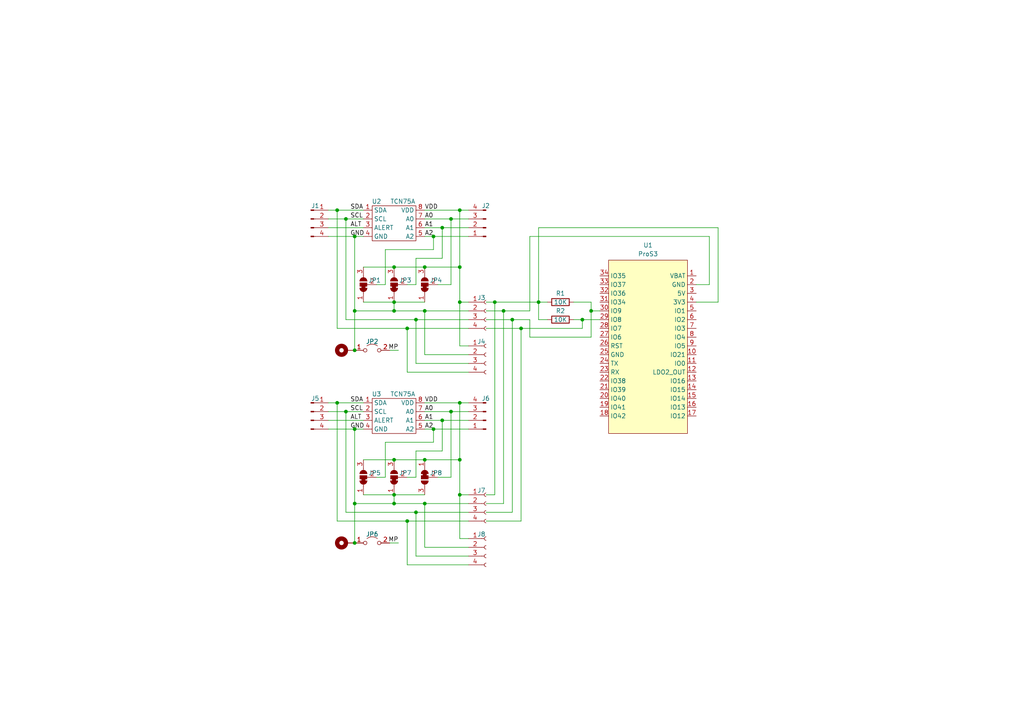
<source format=kicad_sch>
(kicad_sch (version 20230121) (generator eeschema)
  (paper "A4")
  (title_block (title "Sensor") (date "2024-01-22"))
  (lib_symbols
    (symbol "Connector:Conn_01x04_Female" (pin_names (offset 1.016) hide)
      (property "Reference" "J" (at 0 5.08 0))
      (property "Value" "Conn_01x04_Female" (at 0 -7.62 0))
      (symbol "Conn_01x04_Female_1_1"
        (arc (start 0 -4.572) (mid -0.5058 -5.08) (end 0 -5.588) (stroke (width 0.1524)))
        (arc (start 0 -2.032) (mid -0.5058 -2.54) (end 0 -3.048) (stroke (width 0.1524)))
        (polyline (pts (xy -1.27 -5.08) (xy -0.508 -5.08)) (stroke (width 0.1524)))
        (polyline (pts (xy -1.27 -2.54) (xy -0.508 -2.54)) (stroke (width 0.1524)))
        (polyline (pts (xy -1.27 0) (xy -0.508 0)) (stroke (width 0.1524)))
        (polyline (pts (xy -1.27 2.54) (xy -0.508 2.54)) (stroke (width 0.1524)))
        (arc (start 0 0.508) (mid -0.5058 0) (end 0 -0.508) (stroke (width 0.1524)))
        (arc (start 0 3.048) (mid -0.5058 2.54) (end 0 2.032) (stroke (width 0.1524)))
        (pin passive line (at -5.08 2.54 0) (length 3.81) (name "Pin_1") (number "1"))
        (pin passive line (at -5.08 0 0) (length 3.81) (name "Pin_2") (number "2"))
        (pin passive line (at -5.08 -2.54 0) (length 3.81) (name "Pin_3") (number "3"))
        (pin passive line (at -5.08 -5.08 0) (length 3.81) (name "Pin_4") (number "4"))
      )
    )
    (symbol "Connector:Conn_01x04_Male" (pin_names (offset 1.016) hide)
      (property "Reference" "J" (at 0 5.08 0))
      (property "Value" "Conn_01x04_Male" (at 0 -7.62 0))
      (symbol "Conn_01x04_Male_1_1"
        (polyline (pts (xy 1.27 -5.08) (xy 0.8636 -5.08)) (stroke (width 0.1524)))
        (polyline (pts (xy 1.27 -2.54) (xy 0.8636 -2.54)) (stroke (width 0.1524)))
        (polyline (pts (xy 1.27 0) (xy 0.8636 0)) (stroke (width 0.1524)))
        (polyline (pts (xy 1.27 2.54) (xy 0.8636 2.54)) (stroke (width 0.1524)))
        (rectangle (start 0.8636 -4.953) (end 0 -5.207) (stroke (width 0.1524)) (fill (type outline)))
        (rectangle (start 0.8636 -2.413) (end 0 -2.667) (stroke (width 0.1524)) (fill (type outline)))
        (rectangle (start 0.8636 0.127) (end 0 -0.127) (stroke (width 0.1524)) (fill (type outline)))
        (rectangle (start 0.8636 2.667) (end 0 2.413) (stroke (width 0.1524)) (fill (type outline)))
        (pin passive line (at 5.08 2.54 180) (length 3.81) (name "Pin_1") (number "1"))
        (pin passive line (at 5.08 0 180) (length 3.81) (name "Pin_2") (number "2"))
        (pin passive line (at 5.08 -2.54 180) (length 3.81) (name "Pin_3") (number "3"))
        (pin passive line (at 5.08 -5.08 180) (length 3.81) (name "Pin_4") (number "4"))
      )
    )
    (symbol "Device:R" (pin_numbers hide) (pin_names (offset 0))
      (property "Reference" "R" (at 2.032 0 90))
      (property "Value" "R" (at 0 0 90))
      (symbol "R_0_1"
        (rectangle (start -1.016 -2.54) (end 1.016 2.54) (stroke (width 0.254)))
      )
      (symbol "R_1_1"
        (pin passive line (at 0 3.81 270) (length 1.27) (name "~") (number "1"))
        (pin passive line (at 0 -3.81 90) (length 1.27) (name "~") (number "2"))
      )
    )
    (symbol "Jumper:Jumper_2_Open" (pin_names (offset 0) hide)
      (property "Reference" "JP" (at 0 2.794 0))
      (property "Value" "Jumper_2_Open" (at 0 -2.286 0))
      (symbol "Jumper_2_Open_0_0"
        (circle (center -2.032 0) (radius 0.508))
        (circle (center 2.032 0) (radius 0.508))
      )
      (symbol "Jumper_2_Open_0_1"
        (arc (start 1.524 1.27) (mid 0 1.778) (end -1.524 1.27))
      )
      (symbol "Jumper_2_Open_1_1"
        (pin passive line (at -5.08 0 0) (length 2.54) (name "A") (number "1"))
        (pin passive line (at 5.08 0 180) (length 2.54) (name "B") (number "2"))
      )
    )
    (symbol "Jumper:SolderJumper_3_Bridged12" (pin_names (offset 0) hide)
      (property "Reference" "JP" (at -2.54 -2.54 0))
      (property "Value" "SolderJumper_3_Bridged12" (at 0 2.794 0))
      (symbol "SolderJumper_3_Bridged12_0_1"
        (rectangle (start -1.016 0.508) (end -0.508 -0.508) (fill (type outline)))
        (arc (start -1.016 1.016) (mid -2.0276 0) (end -1.016 -1.016))
        (arc (start -1.016 1.016) (mid -2.0276 0) (end -1.016 -1.016) (fill (type outline)))
        (rectangle (start -0.508 1.016) (end 0.508 -1.016) (fill (type outline)))
        (polyline (pts (xy -2.54 0) (xy -2.032 0)))
        (polyline (pts (xy -1.016 1.016) (xy -1.016 -1.016)))
        (polyline (pts (xy 0 -1.27) (xy 0 -1.016)))
        (polyline (pts (xy 1.016 1.016) (xy 1.016 -1.016)))
        (polyline (pts (xy 2.54 0) (xy 2.032 0)))
        (arc (start 1.016 -1.016) (mid 2.0276 0) (end 1.016 1.016))
        (arc (start 1.016 -1.016) (mid 2.0276 0) (end 1.016 1.016) (fill (type outline)))
      )
      (symbol "SolderJumper_3_Bridged12_1_1"
        (pin passive line (at -5.08 0 0) (length 2.54) (name "A") (number "1"))
        (pin passive line (at 0 -3.81 90) (length 2.54) (name "C") (number "2"))
        (pin passive line (at 5.08 0 180) (length 2.54) (name "B") (number "3"))
      )
    )
    (symbol "Mechanical:MountingHole_Pad" (pin_numbers hide) (pin_names (offset 1.016) hide)
      (property "Reference" "H" (at 0 6.35 0))
      (property "Value" "MountingHole_Pad" (at 0 4.445 0))
      (symbol "MountingHole_Pad_0_1"
        (circle (center 0 1.27) (radius 1.27) (stroke (width 1.27)))
      )
      (symbol "MountingHole_Pad_1_1"
        (pin input line (at 0 -2.54 90) (length 2.54) (name "1") (number "1"))
      )
    )
    (symbol "ProS3:ProS3"
      (property "Reference" "U" (at 0 -28.956 0))
      (property "Value" "ProS3" (at -0.508 27.178 0))
      (symbol "ProS3_1_1"
        (rectangle (start -11.43 24.892) (end 11.43 -25.4) (stroke (width 0.1524)) (fill (type background)))
        (pin power_in line (at 13.97 20.32 180) (length 2.54) (name "VBAT") (number "1"))
        (pin bidirectional line (at 13.97 -2.54 180) (length 2.54) (name "IO21") (number "10"))
        (pin bidirectional line (at 13.97 -5.08 180) (length 2.54) (name "IO0") (number "11"))
        (pin power_out line (at 13.97 -7.62 180) (length 2.54) (name "LDO2_OUT") (number "12"))
        (pin bidirectional line (at 13.97 -10.16 180) (length 2.54) (name "IO16") (number "13"))
        (pin bidirectional line (at 13.97 -12.7 180) (length 2.54) (name "IO15") (number "14"))
        (pin bidirectional line (at 13.97 -15.24 180) (length 2.54) (name "IO14") (number "15"))
        (pin bidirectional line (at 13.97 -17.78 180) (length 2.54) (name "IO13") (number "16"))
        (pin bidirectional line (at 13.97 -20.32 180) (length 2.54) (name "IO12") (number "17"))
        (pin bidirectional line (at -13.97 -20.32 0) (length 2.54) (name "IO42") (number "18"))
        (pin bidirectional line (at -13.97 -17.78 0) (length 2.54) (name "IO41") (number "19"))
        (pin power_in line (at 13.97 17.78 180) (length 2.54) (name "GND") (number "2"))
        (pin bidirectional line (at -13.97 -15.24 0) (length 2.54) (name "IO40") (number "20"))
        (pin bidirectional line (at -13.97 -12.7 0) (length 2.54) (name "IO39") (number "21"))
        (pin bidirectional line (at -13.97 -10.16 0) (length 2.54) (name "IO38") (number "22"))
        (pin bidirectional line (at -13.97 -7.62 0) (length 2.54) (name "RX") (number "23"))
        (pin bidirectional line (at -13.97 -5.08 0) (length 2.54) (name "TX") (number "24"))
        (pin power_in line (at -13.97 -2.54 0) (length 2.54) (name "GND") (number "25"))
        (pin input line (at -13.97 0 0) (length 2.54) (name "RST") (number "26"))
        (pin bidirectional line (at -13.97 2.54 0) (length 2.54) (name "IO6") (number "27"))
        (pin bidirectional line (at -13.97 5.08 0) (length 2.54) (name "IO7") (number "28"))
        (pin bidirectional line (at -13.97 7.62 0) (length 2.54) (name "IO8") (number "29"))
        (pin power_in line (at 13.97 15.24 180) (length 2.54) (name "5V") (number "3"))
        (pin bidirectional line (at -13.97 10.16 0) (length 2.54) (name "IO9") (number "30"))
        (pin bidirectional line (at -13.97 12.7 0) (length 2.54) (name "IO34") (number "31"))
        (pin bidirectional line (at -13.97 15.24 0) (length 2.54) (name "IO36") (number "32"))
        (pin bidirectional line (at -13.97 17.78 0) (length 2.54) (name "IO37") (number "33"))
        (pin bidirectional line (at -13.97 20.32 0) (length 2.54) (name "IO35") (number "34"))
        (pin power_in line (at 13.97 12.7 180) (length 2.54) (name "3V3") (number "4"))
        (pin bidirectional line (at 13.97 10.16 180) (length 2.54) (name "IO1") (number "5"))
        (pin bidirectional line (at 13.97 7.62 180) (length 2.54) (name "IO2") (number "6"))
        (pin bidirectional line (at 13.97 5.08 180) (length 2.54) (name "IO3") (number "7"))
        (pin bidirectional line (at 13.97 2.54 180) (length 2.54) (name "IO4") (number "8"))
        (pin bidirectional line (at 13.97 0 180) (length 2.54) (name "IO5") (number "9"))
      )
    )
    (symbol "UCN_new:TCN75A"
      (property "Reference" "U" (at 15.24 2.54 0))
      (property "Value" "TCN75A" (at 2.54 2.54 0))
      (symbol "TCN75A_0_0"
        (pin bidirectional line (at 0 0 0) (length 2.54) (name "SDA") (number "1"))
        (pin bidirectional line (at 0 -2.54 0) (length 2.54) (name "SCL") (number "2"))
        (pin output line (at 0 -5.08 0) (length 2.54) (name "ALERT") (number "3"))
        (pin power_in line (at 0 -7.62 0) (length 2.54) (name "GND") (number "4"))
        (pin input line (at 17.78 -7.62 180) (length 2.54) (name "A2") (number "5"))
        (pin input line (at 17.78 -5.08 180) (length 2.54) (name "A1") (number "6"))
        (pin input line (at 17.78 -2.54 180) (length 2.54) (name "A0") (number "7"))
        (pin power_in line (at 17.78 0 180) (length 2.54) (name "VDD") (number "8"))
      )
      (symbol "TCN75A_0_1"
        (rectangle (start 2.54 1.27) (end 15.24 -8.89))
      )
    )
  )
  (junction (at 102.87 124.46))
  (junction (at 128.27 66.04))
  (junction (at 156.21 87.63))
  (junction (at 102.87 101.6))
  (junction (at 125.73 124.46))
  (junction (at 133.35 87.63))
  (junction (at 114.3 143.51))
  (junction (at 151.13 95.25))
  (junction (at 97.79 116.84))
  (junction (at 102.87 68.58))
  (junction (at 118.11 95.25))
  (junction (at 114.3 77.47))
  (junction (at 120.65 92.71))
  (junction (at 133.35 116.84))
  (junction (at 133.35 60.96))
  (junction (at 133.35 143.51))
  (junction (at 133.35 77.47))
  (junction (at 133.35 133.35))
  (junction (at 171.45 90.17))
  (junction (at 146.05 90.17))
  (junction (at 143.51 87.63))
  (junction (at 114.3 90.17))
  (junction (at 123.19 90.17))
  (junction (at 102.87 90.17))
  (junction (at 97.79 60.96))
  (junction (at 102.87 146.05))
  (junction (at 125.73 68.58))
  (junction (at 128.27 121.92))
  (junction (at 100.33 63.5))
  (junction (at 123.19 133.35))
  (junction (at 120.65 148.59))
  (junction (at 114.3 87.63))
  (junction (at 123.19 77.47))
  (junction (at 123.19 146.05))
  (junction (at 168.91 92.71))
  (junction (at 114.3 133.35))
  (junction (at 130.81 119.38))
  (junction (at 148.59 92.71))
  (junction (at 100.33 119.38))
  (junction (at 114.3 146.05))
  (junction (at 118.11 151.13))
  (junction (at 130.81 63.5))
  (junction (at 102.87 157.48))
  (wire (pts (xy 148.59 148.59) (xy 148.59 92.71)))
  (wire (pts (xy 135.89 148.59) (xy 120.65 148.59)))
  (wire (pts (xy 146.05 90.17) (xy 146.05 146.05)))
  (wire (pts (xy 95.25 121.92) (xy 105.41 121.92)))
  (wire (pts (xy 130.81 63.5) (xy 130.81 82.55)))
  (wire (pts (xy 123.19 77.47) (xy 114.3 77.47)))
  (wire (pts (xy 127 82.55) (xy 130.81 82.55)))
  (wire (pts (xy 102.87 146.05) (xy 102.87 157.48)))
  (wire (pts (xy 113.03 101.6) (xy 115.57 101.6)))
  (wire (pts (xy 118.11 82.55) (xy 120.65 82.55)))
  (wire (pts (xy 133.35 100.33) (xy 135.89 100.33)))
  (wire (pts (xy 125.73 68.58) (xy 135.89 68.58)))
  (wire (pts (xy 156.21 92.71) (xy 158.75 92.71)))
  (wire (pts (xy 95.25 63.5) (xy 100.33 63.5)))
  (wire (pts (xy 135.89 102.87) (xy 123.19 102.87)))
  (wire (pts (xy 133.35 143.51) (xy 133.35 156.21)))
  (wire (pts (xy 123.19 158.75) (xy 123.19 146.05)))
  (wire (pts (xy 148.59 92.71) (xy 153.67 92.71)))
  (wire (pts (xy 171.45 97.79) (xy 153.67 97.79)))
  (wire (pts (xy 123.19 63.5) (xy 130.81 63.5)))
  (wire (pts (xy 123.19 133.35) (xy 133.35 133.35)))
  (wire (pts (xy 123.19 68.58) (xy 125.73 68.58)))
  (wire (pts (xy 100.33 63.5) (xy 100.33 92.71)))
  (wire (pts (xy 140.97 90.17) (xy 146.05 90.17)))
  (wire (pts (xy 133.35 116.84) (xy 135.89 116.84)))
  (wire (pts (xy 135.89 87.63) (xy 133.35 87.63)))
  (wire (pts (xy 120.65 105.41) (xy 120.65 92.71)))
  (wire (pts (xy 114.3 87.63) (xy 105.41 87.63)))
  (wire (pts (xy 114.3 77.47) (xy 105.41 77.47)))
  (wire (pts (xy 123.19 102.87) (xy 123.19 90.17)))
  (wire (pts (xy 135.89 158.75) (xy 123.19 158.75)))
  (wire (pts (xy 102.87 68.58) (xy 102.87 90.17)))
  (wire (pts (xy 120.65 148.59) (xy 100.33 148.59)))
  (wire (pts (xy 95.25 66.04) (xy 105.41 66.04)))
  (wire (pts (xy 102.87 90.17) (xy 102.87 101.6)))
  (wire (pts (xy 135.89 95.25) (xy 118.11 95.25)))
  (wire (pts (xy 153.67 92.71) (xy 153.67 97.79)))
  (wire (pts (xy 123.19 124.46) (xy 125.73 124.46)))
  (wire (pts (xy 95.25 60.96) (xy 97.79 60.96)))
  (wire (pts (xy 156.21 66.04) (xy 208.28 66.04)))
  (wire (pts (xy 133.35 77.47) (xy 133.35 87.63)))
  (wire (pts (xy 133.35 60.96) (xy 133.35 77.47)))
  (wire (pts (xy 120.65 130.81) (xy 128.27 130.81)))
  (wire (pts (xy 156.21 87.63) (xy 158.75 87.63)))
  (wire (pts (xy 130.81 119.38) (xy 130.81 138.43)))
  (wire (pts (xy 123.19 60.96) (xy 133.35 60.96)))
  (wire (pts (xy 201.93 82.55) (xy 205.74 82.55)))
  (wire (pts (xy 114.3 133.35) (xy 123.19 133.35)))
  (wire (pts (xy 123.19 87.63) (xy 114.3 87.63)))
  (wire (pts (xy 168.91 92.71) (xy 173.99 92.71)))
  (wire (pts (xy 120.65 74.93) (xy 128.27 74.93)))
  (wire (pts (xy 114.3 143.51) (xy 105.41 143.51)))
  (wire (pts (xy 156.21 87.63) (xy 156.21 66.04)))
  (wire (pts (xy 123.19 119.38) (xy 130.81 119.38)))
  (wire (pts (xy 114.3 90.17) (xy 102.87 90.17)))
  (wire (pts (xy 102.87 124.46) (xy 105.41 124.46)))
  (wire (pts (xy 140.97 148.59) (xy 148.59 148.59)))
  (wire (pts (xy 111.76 72.39) (xy 125.73 72.39)))
  (wire (pts (xy 125.73 68.58) (xy 125.73 72.39)))
  (wire (pts (xy 135.89 90.17) (xy 123.19 90.17)))
  (wire (pts (xy 97.79 60.96) (xy 105.41 60.96)))
  (wire (pts (xy 125.73 124.46) (xy 125.73 128.27)))
  (wire (pts (xy 127 138.43) (xy 130.81 138.43)))
  (wire (pts (xy 208.28 66.04) (xy 208.28 87.63)))
  (wire (pts (xy 123.19 66.04) (xy 128.27 66.04)))
  (wire (pts (xy 123.19 90.17) (xy 114.3 90.17)))
  (wire (pts (xy 156.21 87.63) (xy 156.21 92.71)))
  (wire (pts (xy 97.79 116.84) (xy 97.79 151.13)))
  (wire (pts (xy 120.65 82.55) (xy 120.65 74.93)))
  (wire (pts (xy 95.25 116.84) (xy 97.79 116.84)))
  (wire (pts (xy 95.25 124.46) (xy 102.87 124.46)))
  (wire (pts (xy 123.19 116.84) (xy 133.35 116.84)))
  (wire (pts (xy 140.97 87.63) (xy 143.51 87.63)))
  (wire (pts (xy 128.27 121.92) (xy 128.27 130.81)))
  (wire (pts (xy 130.81 119.38) (xy 135.89 119.38)))
  (wire (pts (xy 111.76 128.27) (xy 125.73 128.27)))
  (wire (pts (xy 128.27 66.04) (xy 128.27 74.93)))
  (wire (pts (xy 114.3 146.05) (xy 102.87 146.05)))
  (wire (pts (xy 120.65 92.71) (xy 100.33 92.71)))
  (wire (pts (xy 130.81 63.5) (xy 135.89 63.5)))
  (wire (pts (xy 133.35 60.96) (xy 135.89 60.96)))
  (wire (pts (xy 151.13 95.25) (xy 151.13 151.13)))
  (wire (pts (xy 118.11 151.13) (xy 97.79 151.13)))
  (wire (pts (xy 143.51 87.63) (xy 156.21 87.63)))
  (wire (pts (xy 135.89 151.13) (xy 118.11 151.13)))
  (wire (pts (xy 120.65 138.43) (xy 120.65 130.81)))
  (wire (pts (xy 208.28 87.63) (xy 201.93 87.63)))
  (wire (pts (xy 102.87 68.58) (xy 105.41 68.58)))
  (wire (pts (xy 118.11 163.83) (xy 118.11 151.13)))
  (wire (pts (xy 123.19 143.51) (xy 114.3 143.51)))
  (wire (pts (xy 111.76 138.43) (xy 111.76 128.27)))
  (wire (pts (xy 146.05 90.17) (xy 153.67 90.17)))
  (wire (pts (xy 118.11 95.25) (xy 97.79 95.25)))
  (wire (pts (xy 100.33 63.5) (xy 105.41 63.5)))
  (wire (pts (xy 97.79 60.96) (xy 97.79 95.25)))
  (wire (pts (xy 143.51 87.63) (xy 143.51 143.51)))
  (wire (pts (xy 166.37 87.63) (xy 171.45 87.63)))
  (wire (pts (xy 171.45 87.63) (xy 171.45 90.17)))
  (wire (pts (xy 114.3 133.35) (xy 105.41 133.35)))
  (wire (pts (xy 135.89 146.05) (xy 123.19 146.05)))
  (wire (pts (xy 123.19 77.47) (xy 133.35 77.47)))
  (wire (pts (xy 143.51 143.51) (xy 140.97 143.51)))
  (wire (pts (xy 140.97 146.05) (xy 146.05 146.05)))
  (wire (pts (xy 100.33 119.38) (xy 105.41 119.38)))
  (wire (pts (xy 114.3 143.51) (xy 114.3 146.05)))
  (wire (pts (xy 120.65 161.29) (xy 120.65 148.59)))
  (wire (pts (xy 153.67 68.58) (xy 153.67 90.17)))
  (wire (pts (xy 114.3 87.63) (xy 114.3 90.17)))
  (wire (pts (xy 140.97 92.71) (xy 148.59 92.71)))
  (wire (pts (xy 118.11 107.95) (xy 118.11 95.25)))
  (wire (pts (xy 95.25 119.38) (xy 100.33 119.38)))
  (wire (pts (xy 118.11 138.43) (xy 120.65 138.43)))
  (wire (pts (xy 205.74 82.55) (xy 205.74 68.58)))
  (wire (pts (xy 135.89 161.29) (xy 120.65 161.29)))
  (wire (pts (xy 151.13 151.13) (xy 140.97 151.13)))
  (wire (pts (xy 171.45 90.17) (xy 173.99 90.17)))
  (wire (pts (xy 97.79 116.84) (xy 105.41 116.84)))
  (wire (pts (xy 95.25 68.58) (xy 102.87 68.58)))
  (wire (pts (xy 133.35 87.63) (xy 133.35 100.33)))
  (wire (pts (xy 135.89 143.51) (xy 133.35 143.51)))
  (wire (pts (xy 100.33 119.38) (xy 100.33 148.59)))
  (wire (pts (xy 140.97 95.25) (xy 151.13 95.25)))
  (wire (pts (xy 135.89 92.71) (xy 120.65 92.71)))
  (wire (pts (xy 133.35 133.35) (xy 133.35 143.51)))
  (wire (pts (xy 123.19 146.05) (xy 114.3 146.05)))
  (wire (pts (xy 125.73 124.46) (xy 135.89 124.46)))
  (wire (pts (xy 128.27 66.04) (xy 135.89 66.04)))
  (wire (pts (xy 133.35 156.21) (xy 135.89 156.21)))
  (wire (pts (xy 128.27 121.92) (xy 135.89 121.92)))
  (wire (pts (xy 151.13 95.25) (xy 168.91 95.25)))
  (wire (pts (xy 123.19 121.92) (xy 128.27 121.92)))
  (wire (pts (xy 135.89 105.41) (xy 120.65 105.41)))
  (wire (pts (xy 133.35 116.84) (xy 133.35 133.35)))
  (wire (pts (xy 135.89 163.83) (xy 118.11 163.83)))
  (wire (pts (xy 113.03 157.48) (xy 115.57 157.48)))
  (wire (pts (xy 111.76 82.55) (xy 111.76 72.39)))
  (wire (pts (xy 166.37 92.71) (xy 168.91 92.71)))
  (wire (pts (xy 109.22 138.43) (xy 111.76 138.43)))
  (wire (pts (xy 109.22 82.55) (xy 111.76 82.55)))
  (wire (pts (xy 102.87 124.46) (xy 102.87 146.05)))
  (wire (pts (xy 205.74 68.58) (xy 153.67 68.58)))
  (wire (pts (xy 135.89 107.95) (xy 118.11 107.95)))
  (wire (pts (xy 168.91 92.71) (xy 168.91 95.25)))
  (wire (pts (xy 171.45 90.17) (xy 171.45 97.79)))
  (label "SCL" (at 101.6 63.5 0))
  (label "SDA" (at 101.6 60.96 0))
  (label "ALT" (at 101.6 66.04 0))
  (label "GND" (at 101.6 124.46 0))
  (label "VDD" (at 123.19 60.96 0))
  (label "A0" (at 123.19 63.5 0))
  (label "A1" (at 123.19 121.92 0))
  (label "VDD" (at 123.19 116.84 0))
  (label "MP" (at 115.57 101.6 180))
  (label "GND" (at 101.6 68.58 0))
  (label "A2" (at 123.19 124.46 0))
  (label "MP" (at 115.57 157.48 180))
  (label "A0" (at 123.19 119.38 0))
  (label "A2" (at 123.19 68.58 0))
  (label "A1" (at 123.19 66.04 0))
  (label "SDA" (at 101.6 116.84 0))
  (label "ALT" (at 101.6 121.92 0))
  (label "SCL" (at 101.6 119.38 0))
  (symbol (lib_id "Connector:Conn_01x04_Female") (at 140.97 102.87 0) (unit 1)
    (property "Reference" "J4" (at 138.43 99.06 0) (effects (justify left)))
    (property "Value" "Conn_01x04_Female" (effects hide))
    (property "Footprint" "Connector_JST:JST_PH_S4B-PH-SM4-TB_1x04-1MP_P2.00mm_Horizontal" (effects hide))
  )
  (symbol (lib_id "Jumper:SolderJumper_3_Bridged12") (at 105.41 82.55 90) (unit 1)
    (property "Reference" "JP1" (at 110.49 81.28 90) (effects (justify left)))
    (property "Value" "SolderJumper_3_Bridged12" (effects hide))
    (property "Footprint" "Jumper:SolderJumper-3_P1.3mm_Bridged12_RoundedPad1.0x1.5mm" (effects hide))
  )
  (symbol (lib_id "Jumper:Jumper_2_Open") (at 107.95 157.48 0) (unit 1)
    (property "Reference" "JP6" (at 107.95 154.94 0))
    (property "Value" "Jumper_2_Open" (effects hide))
    (property "Footprint" "Jumper:SolderJumper-2_P1.3mm_Open_RoundedPad1.0x1.5mm" (effects hide))
  )
  (symbol (lib_id "Jumper:SolderJumper_3_Bridged12") (at 123.19 82.55 90) (unit 1)
    (property "Reference" "JP4" (at 128.27 81.28 90) (effects (justify left)))
    (property "Value" "SolderJumper_3_Bridged12" (effects hide))
    (property "Footprint" "Jumper:SolderJumper-3_P1.3mm_Bridged12_RoundedPad1.0x1.5mm" (effects hide))
  )
  (symbol (lib_id "Jumper:SolderJumper_3_Bridged12") (at 105.41 138.43 90) (unit 1)
    (property "Reference" "JP5" (at 110.49 137.16 90) (effects (justify left)))
    (property "Value" "SolderJumper_3_Bridged12" (effects hide))
    (property "Footprint" "Jumper:SolderJumper-3_P1.3mm_Bridged12_RoundedPad1.0x1.5mm" (effects hide))
  )
  (symbol (lib_id "Connector:Conn_01x04_Female") (at 140.97 158.75 0) (unit 1)
    (property "Reference" "J8" (at 138.43 154.94 0) (effects (justify left)))
    (property "Value" "Conn_01x04_Female" (effects hide))
    (property "Footprint" "Connector_JST:JST_PH_S4B-PH-SM4-TB_1x04-1MP_P2.00mm_Horizontal" (effects hide))
  )
  (symbol (lib_id "Jumper:SolderJumper_3_Bridged12") (at 123.19 138.43 90) (mirror x) (unit 1)
    (property "Reference" "JP8" (at 128.27 137.16 90) (effects (justify left)))
    (property "Value" "SolderJumper_3_Bridged12" (effects hide))
    (property "Footprint" "Jumper:SolderJumper-3_P1.3mm_Bridged12_RoundedPad1.0x1.5mm" (effects hide))
  )
  (symbol (lib_id "Connector:Conn_01x04_Male") (at 140.97 66.04 180) (unit 1)
    (property "Reference" "J2" (at 139.7 59.69 0) (effects (justify right)))
    (property "Value" "Conn_01x04_Male" (effects hide))
    (property "Footprint" "Connector_PinHeader_2.54mm:PinHeader_1x04_P2.54mm_Vertical" (effects hide))
  )
  (symbol (lib_id "ProS3:ProS3") (at 187.96 100.33 0) (unit 1)
    (property "Reference" "U1" (at 187.96 71.12 0))
    (property "Value" "ProS3" (at 187.96 73.66 0))
    (property "Footprint" "footprints:ProS3_TH" (effects hide))
  )
  (symbol (lib_id "Mechanical:MountingHole_Pad") (at 100.33 157.48 90) (unit 1)
    (property "Reference" "H2" (effects hide))
    (property "Value" "MountingHole_Pad" (effects hide))
    (property "Footprint" "MountingHole:MountingHole_3.2mm_M3_Pad_Via" (effects hide))
  )
  (symbol (lib_id "Device:R") (at 162.56 92.71 90) (unit 1)
    (property "Reference" "R2" (at 162.56 90.17 90))
    (property "Value" "10K" (at 162.56 92.71 90))
  )
  (symbol (lib_id "UCN_new:TCN75A") (at 105.41 60.96 0) (unit 1)
    (property "Reference" "U2" (at 109.22 58.42 0))
    (property "Value" "TCN75A" (at 116.84 58.42 0))
    (property "Footprint" "Package_SO:MSOP-8_3x3mm_P0.65mm" (effects hide))
  )
  (symbol (lib_id "Connector:Conn_01x04_Female") (at 140.97 90.17 0) (unit 1)
    (property "Reference" "J3" (at 138.43 86.36 0) (effects (justify left)))
    (property "Value" "Conn_01x04_Female" (effects hide))
    (property "Footprint" "Connector_JST:JST_PH_S4B-PH-SM4-TB_1x04-1MP_P2.00mm_Horizontal" (effects hide))
  )
  (symbol (lib_id "Connector:Conn_01x04_Male") (at 140.97 121.92 180) (unit 1)
    (property "Reference" "J6" (at 139.7 115.57 0) (effects (justify right)))
    (property "Value" "Conn_01x04_Male" (effects hide))
    (property "Footprint" "Connector_PinHeader_2.54mm:PinHeader_1x04_P2.54mm_Vertical" (effects hide))
  )
  (symbol (lib_id "Jumper:Jumper_2_Open") (at 107.95 101.6 0) (unit 1)
    (property "Reference" "JP2" (at 107.95 99.06 0))
    (property "Value" "Jumper_2_Open" (effects hide))
    (property "Footprint" "Jumper:SolderJumper-2_P1.3mm_Open_RoundedPad1.0x1.5mm" (effects hide))
  )
  (symbol (lib_id "UCN_new:TCN75A") (at 105.41 116.84 0) (unit 1)
    (property "Reference" "U3" (at 109.22 114.3 0))
    (property "Value" "TCN75A" (at 116.84 114.3 0))
    (property "Footprint" "Package_SO:MSOP-8_3x3mm_P0.65mm" (effects hide))
  )
  (symbol (lib_id "Mechanical:MountingHole_Pad") (at 100.33 101.6 90) (unit 1)
    (property "Reference" "H1" (effects hide))
    (property "Value" "MountingHole_Pad" (effects hide))
    (property "Footprint" "MountingHole:MountingHole_3.2mm_M3_Pad_Via" (effects hide))
  )
  (symbol (lib_id "Jumper:SolderJumper_3_Bridged12") (at 114.3 82.55 90) (unit 1)
    (property "Reference" "JP3" (at 119.38 81.28 90) (effects (justify left)))
    (property "Value" "SolderJumper_3_Bridged12" (effects hide))
    (property "Footprint" "Jumper:SolderJumper-3_P1.3mm_Bridged12_RoundedPad1.0x1.5mm" (effects hide))
  )
  (symbol (lib_id "Connector:Conn_01x04_Female") (at 140.97 146.05 0) (unit 1)
    (property "Reference" "J7" (at 138.43 142.24 0) (effects (justify left)))
    (property "Value" "Conn_01x04_Female" (effects hide))
    (property "Footprint" "Connector_JST:JST_PH_S4B-PH-SM4-TB_1x04-1MP_P2.00mm_Horizontal" (effects hide))
  )
  (symbol (lib_id "Device:R") (at 162.56 87.63 90) (unit 1)
    (property "Reference" "R1" (at 162.56 85.09 90))
    (property "Value" "10K" (at 162.56 87.63 90))
  )
  (symbol (lib_id "Connector:Conn_01x04_Male") (at 90.17 119.38 0) (unit 1)
    (property "Reference" "J5" (at 91.44 115.57 0))
    (property "Value" "Conn_01x04_Male" (effects hide))
    (property "Footprint" "Connector_PinHeader_2.54mm:PinHeader_1x04_P2.54mm_Vertical" (effects hide))
  )
  (symbol (lib_id "Connector:Conn_01x04_Male") (at 90.17 63.5 0) (unit 1)
    (property "Reference" "J1" (at 91.44 59.69 0))
    (property "Value" "Conn_01x04_Male" (effects hide))
    (property "Footprint" "Connector_PinHeader_2.54mm:PinHeader_1x04_P2.54mm_Vertical" (effects hide))
  )
  (symbol (lib_id "Jumper:SolderJumper_3_Bridged12") (at 114.3 138.43 90) (unit 1)
    (property "Reference" "JP7" (at 119.38 137.16 90) (effects (justify left)))
    (property "Value" "SolderJumper_3_Bridged12" (effects hide))
    (property "Footprint" "Jumper:SolderJumper-3_P1.3mm_Bridged12_RoundedPad1.0x1.5mm" (effects hide))
  )
)
</source>
